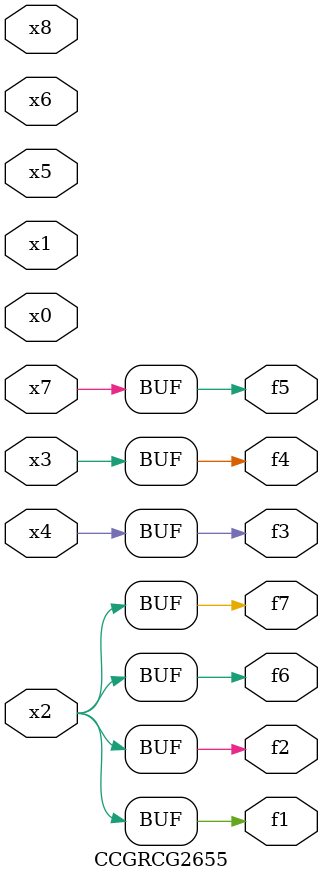
<source format=v>
module CCGRCG2655(
	input x0, x1, x2, x3, x4, x5, x6, x7, x8,
	output f1, f2, f3, f4, f5, f6, f7
);
	assign f1 = x2;
	assign f2 = x2;
	assign f3 = x4;
	assign f4 = x3;
	assign f5 = x7;
	assign f6 = x2;
	assign f7 = x2;
endmodule

</source>
